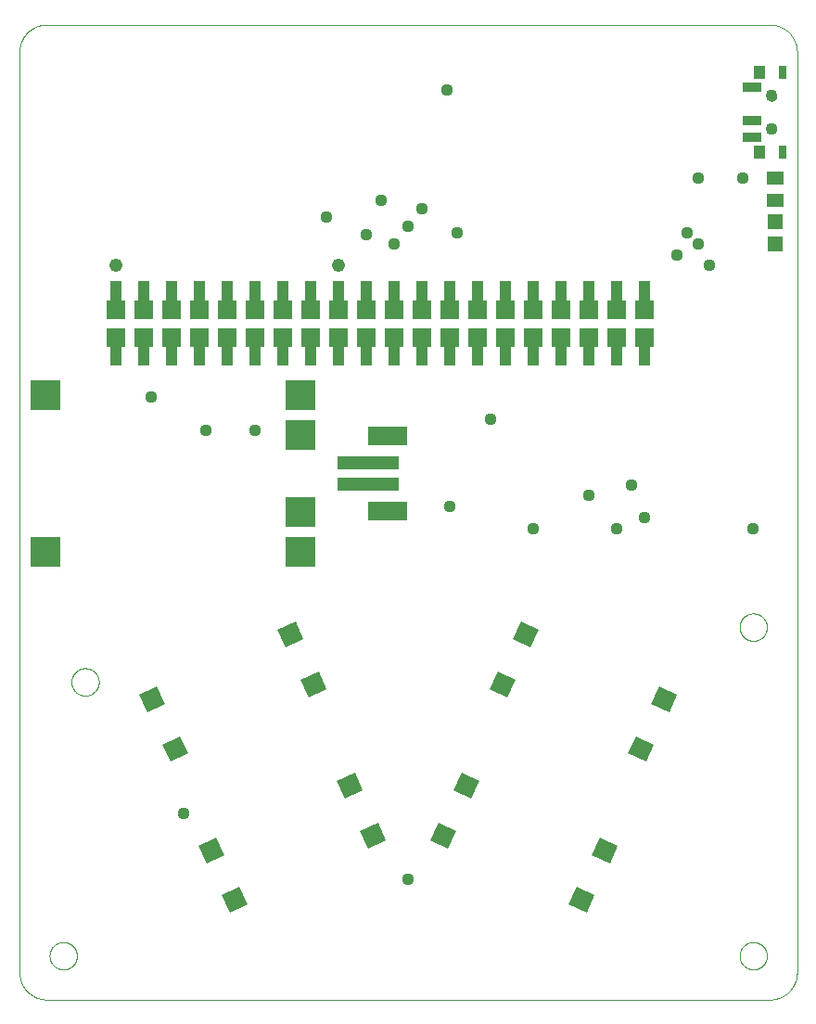
<source format=gbs>
G75*
%MOIN*%
%OFA0B0*%
%FSLAX25Y25*%
%IPPOS*%
%LPD*%
%AMOC8*
5,1,8,0,0,1.08239X$1,22.5*
%
%ADD10C,0.00000*%
%ADD11C,0.00039*%
%ADD12R,0.06800X0.06800*%
%ADD13R,0.04000X0.07800*%
%ADD14R,0.22454X0.04737*%
%ADD15R,0.14186X0.07099*%
%ADD16R,0.10800X0.10800*%
%ADD17R,0.07099X0.06902*%
%ADD18R,0.06312X0.05131*%
%ADD19R,0.05524X0.05524*%
%ADD20R,0.06706X0.03556*%
%ADD21R,0.03162X0.04737*%
%ADD22R,0.03950X0.04737*%
%ADD23C,0.04343*%
%ADD24C,0.04369*%
%ADD25C,0.04762*%
D10*
X0003248Y0011343D02*
X0003248Y0342051D01*
X0003251Y0342289D01*
X0003259Y0342527D01*
X0003274Y0342764D01*
X0003294Y0343001D01*
X0003320Y0343237D01*
X0003351Y0343473D01*
X0003388Y0343708D01*
X0003431Y0343942D01*
X0003480Y0344175D01*
X0003534Y0344407D01*
X0003594Y0344637D01*
X0003659Y0344866D01*
X0003730Y0345093D01*
X0003806Y0345318D01*
X0003888Y0345541D01*
X0003975Y0345763D01*
X0004067Y0345982D01*
X0004165Y0346199D01*
X0004267Y0346413D01*
X0004375Y0346625D01*
X0004489Y0346835D01*
X0004607Y0347041D01*
X0004730Y0347245D01*
X0004858Y0347445D01*
X0004990Y0347642D01*
X0005128Y0347837D01*
X0005270Y0348027D01*
X0005417Y0348215D01*
X0005568Y0348398D01*
X0005723Y0348578D01*
X0005883Y0348754D01*
X0006047Y0348926D01*
X0006216Y0349095D01*
X0006388Y0349259D01*
X0006564Y0349419D01*
X0006744Y0349574D01*
X0006927Y0349725D01*
X0007115Y0349872D01*
X0007305Y0350014D01*
X0007500Y0350152D01*
X0007697Y0350284D01*
X0007897Y0350412D01*
X0008101Y0350535D01*
X0008307Y0350653D01*
X0008517Y0350767D01*
X0008729Y0350875D01*
X0008943Y0350977D01*
X0009160Y0351075D01*
X0009379Y0351167D01*
X0009601Y0351254D01*
X0009824Y0351336D01*
X0010049Y0351412D01*
X0010276Y0351483D01*
X0010505Y0351548D01*
X0010735Y0351608D01*
X0010967Y0351662D01*
X0011200Y0351711D01*
X0011434Y0351754D01*
X0011669Y0351791D01*
X0011905Y0351822D01*
X0012141Y0351848D01*
X0012378Y0351868D01*
X0012615Y0351883D01*
X0012853Y0351891D01*
X0013091Y0351894D01*
X0272933Y0351894D01*
X0273171Y0351891D01*
X0273409Y0351883D01*
X0273646Y0351868D01*
X0273883Y0351848D01*
X0274119Y0351822D01*
X0274355Y0351791D01*
X0274590Y0351754D01*
X0274824Y0351711D01*
X0275057Y0351662D01*
X0275289Y0351608D01*
X0275519Y0351548D01*
X0275748Y0351483D01*
X0275975Y0351412D01*
X0276200Y0351336D01*
X0276423Y0351254D01*
X0276645Y0351167D01*
X0276864Y0351075D01*
X0277081Y0350977D01*
X0277295Y0350875D01*
X0277507Y0350767D01*
X0277717Y0350653D01*
X0277923Y0350535D01*
X0278127Y0350412D01*
X0278327Y0350284D01*
X0278524Y0350152D01*
X0278719Y0350014D01*
X0278909Y0349872D01*
X0279097Y0349725D01*
X0279280Y0349574D01*
X0279460Y0349419D01*
X0279636Y0349259D01*
X0279808Y0349095D01*
X0279977Y0348926D01*
X0280141Y0348754D01*
X0280301Y0348578D01*
X0280456Y0348398D01*
X0280607Y0348215D01*
X0280754Y0348027D01*
X0280896Y0347837D01*
X0281034Y0347642D01*
X0281166Y0347445D01*
X0281294Y0347245D01*
X0281417Y0347041D01*
X0281535Y0346835D01*
X0281649Y0346625D01*
X0281757Y0346413D01*
X0281859Y0346199D01*
X0281957Y0345982D01*
X0282049Y0345763D01*
X0282136Y0345541D01*
X0282218Y0345318D01*
X0282294Y0345093D01*
X0282365Y0344866D01*
X0282430Y0344637D01*
X0282490Y0344407D01*
X0282544Y0344175D01*
X0282593Y0343942D01*
X0282636Y0343708D01*
X0282673Y0343473D01*
X0282704Y0343237D01*
X0282730Y0343001D01*
X0282750Y0342764D01*
X0282765Y0342527D01*
X0282773Y0342289D01*
X0282776Y0342051D01*
X0282776Y0011343D01*
X0282773Y0011105D01*
X0282765Y0010867D01*
X0282750Y0010630D01*
X0282730Y0010393D01*
X0282704Y0010157D01*
X0282673Y0009921D01*
X0282636Y0009686D01*
X0282593Y0009452D01*
X0282544Y0009219D01*
X0282490Y0008987D01*
X0282430Y0008757D01*
X0282365Y0008528D01*
X0282294Y0008301D01*
X0282218Y0008076D01*
X0282136Y0007853D01*
X0282049Y0007631D01*
X0281957Y0007412D01*
X0281859Y0007195D01*
X0281757Y0006981D01*
X0281649Y0006769D01*
X0281535Y0006559D01*
X0281417Y0006353D01*
X0281294Y0006149D01*
X0281166Y0005949D01*
X0281034Y0005752D01*
X0280896Y0005557D01*
X0280754Y0005367D01*
X0280607Y0005179D01*
X0280456Y0004996D01*
X0280301Y0004816D01*
X0280141Y0004640D01*
X0279977Y0004468D01*
X0279808Y0004299D01*
X0279636Y0004135D01*
X0279460Y0003975D01*
X0279280Y0003820D01*
X0279097Y0003669D01*
X0278909Y0003522D01*
X0278719Y0003380D01*
X0278524Y0003242D01*
X0278327Y0003110D01*
X0278127Y0002982D01*
X0277923Y0002859D01*
X0277717Y0002741D01*
X0277507Y0002627D01*
X0277295Y0002519D01*
X0277081Y0002417D01*
X0276864Y0002319D01*
X0276645Y0002227D01*
X0276423Y0002140D01*
X0276200Y0002058D01*
X0275975Y0001982D01*
X0275748Y0001911D01*
X0275519Y0001846D01*
X0275289Y0001786D01*
X0275057Y0001732D01*
X0274824Y0001683D01*
X0274590Y0001640D01*
X0274355Y0001603D01*
X0274119Y0001572D01*
X0273883Y0001546D01*
X0273646Y0001526D01*
X0273409Y0001511D01*
X0273171Y0001503D01*
X0272933Y0001500D01*
X0013091Y0001500D01*
X0012853Y0001503D01*
X0012615Y0001511D01*
X0012378Y0001526D01*
X0012141Y0001546D01*
X0011905Y0001572D01*
X0011669Y0001603D01*
X0011434Y0001640D01*
X0011200Y0001683D01*
X0010967Y0001732D01*
X0010735Y0001786D01*
X0010505Y0001846D01*
X0010276Y0001911D01*
X0010049Y0001982D01*
X0009824Y0002058D01*
X0009601Y0002140D01*
X0009379Y0002227D01*
X0009160Y0002319D01*
X0008943Y0002417D01*
X0008729Y0002519D01*
X0008517Y0002627D01*
X0008307Y0002741D01*
X0008101Y0002859D01*
X0007897Y0002982D01*
X0007697Y0003110D01*
X0007500Y0003242D01*
X0007305Y0003380D01*
X0007115Y0003522D01*
X0006927Y0003669D01*
X0006744Y0003820D01*
X0006564Y0003975D01*
X0006388Y0004135D01*
X0006216Y0004299D01*
X0006047Y0004468D01*
X0005883Y0004640D01*
X0005723Y0004816D01*
X0005568Y0004996D01*
X0005417Y0005179D01*
X0005270Y0005367D01*
X0005128Y0005557D01*
X0004990Y0005752D01*
X0004858Y0005949D01*
X0004730Y0006149D01*
X0004607Y0006353D01*
X0004489Y0006559D01*
X0004375Y0006769D01*
X0004267Y0006981D01*
X0004165Y0007195D01*
X0004067Y0007412D01*
X0003975Y0007631D01*
X0003888Y0007853D01*
X0003806Y0008076D01*
X0003730Y0008301D01*
X0003659Y0008528D01*
X0003594Y0008757D01*
X0003534Y0008987D01*
X0003480Y0009219D01*
X0003431Y0009452D01*
X0003388Y0009686D01*
X0003351Y0009921D01*
X0003320Y0010157D01*
X0003294Y0010393D01*
X0003274Y0010630D01*
X0003259Y0010867D01*
X0003251Y0011105D01*
X0003248Y0011343D01*
X0271752Y0314492D02*
X0271754Y0314576D01*
X0271760Y0314659D01*
X0271770Y0314742D01*
X0271784Y0314825D01*
X0271801Y0314907D01*
X0271823Y0314988D01*
X0271848Y0315067D01*
X0271877Y0315146D01*
X0271910Y0315223D01*
X0271946Y0315298D01*
X0271986Y0315372D01*
X0272029Y0315444D01*
X0272076Y0315513D01*
X0272126Y0315580D01*
X0272179Y0315645D01*
X0272235Y0315707D01*
X0272293Y0315767D01*
X0272355Y0315824D01*
X0272419Y0315877D01*
X0272486Y0315928D01*
X0272555Y0315975D01*
X0272626Y0316020D01*
X0272699Y0316060D01*
X0272774Y0316097D01*
X0272851Y0316131D01*
X0272929Y0316161D01*
X0273008Y0316187D01*
X0273089Y0316210D01*
X0273171Y0316228D01*
X0273253Y0316243D01*
X0273336Y0316254D01*
X0273419Y0316261D01*
X0273503Y0316264D01*
X0273587Y0316263D01*
X0273670Y0316258D01*
X0273754Y0316249D01*
X0273836Y0316236D01*
X0273918Y0316220D01*
X0273999Y0316199D01*
X0274080Y0316175D01*
X0274158Y0316147D01*
X0274236Y0316115D01*
X0274312Y0316079D01*
X0274386Y0316040D01*
X0274458Y0315998D01*
X0274528Y0315952D01*
X0274596Y0315903D01*
X0274661Y0315851D01*
X0274724Y0315796D01*
X0274784Y0315738D01*
X0274842Y0315677D01*
X0274896Y0315613D01*
X0274948Y0315547D01*
X0274996Y0315479D01*
X0275041Y0315408D01*
X0275082Y0315335D01*
X0275121Y0315261D01*
X0275155Y0315185D01*
X0275186Y0315107D01*
X0275213Y0315028D01*
X0275237Y0314947D01*
X0275256Y0314866D01*
X0275272Y0314784D01*
X0275284Y0314701D01*
X0275292Y0314617D01*
X0275296Y0314534D01*
X0275296Y0314450D01*
X0275292Y0314367D01*
X0275284Y0314283D01*
X0275272Y0314200D01*
X0275256Y0314118D01*
X0275237Y0314037D01*
X0275213Y0313956D01*
X0275186Y0313877D01*
X0275155Y0313799D01*
X0275121Y0313723D01*
X0275082Y0313649D01*
X0275041Y0313576D01*
X0274996Y0313505D01*
X0274948Y0313437D01*
X0274896Y0313371D01*
X0274842Y0313307D01*
X0274784Y0313246D01*
X0274724Y0313188D01*
X0274661Y0313133D01*
X0274596Y0313081D01*
X0274528Y0313032D01*
X0274458Y0312986D01*
X0274386Y0312944D01*
X0274312Y0312905D01*
X0274236Y0312869D01*
X0274158Y0312837D01*
X0274080Y0312809D01*
X0273999Y0312785D01*
X0273918Y0312764D01*
X0273836Y0312748D01*
X0273754Y0312735D01*
X0273670Y0312726D01*
X0273587Y0312721D01*
X0273503Y0312720D01*
X0273419Y0312723D01*
X0273336Y0312730D01*
X0273253Y0312741D01*
X0273171Y0312756D01*
X0273089Y0312774D01*
X0273008Y0312797D01*
X0272929Y0312823D01*
X0272851Y0312853D01*
X0272774Y0312887D01*
X0272699Y0312924D01*
X0272626Y0312964D01*
X0272555Y0313009D01*
X0272486Y0313056D01*
X0272419Y0313107D01*
X0272355Y0313160D01*
X0272293Y0313217D01*
X0272235Y0313277D01*
X0272179Y0313339D01*
X0272126Y0313404D01*
X0272076Y0313471D01*
X0272029Y0313540D01*
X0271986Y0313612D01*
X0271946Y0313686D01*
X0271910Y0313761D01*
X0271877Y0313838D01*
X0271848Y0313917D01*
X0271823Y0313996D01*
X0271801Y0314077D01*
X0271784Y0314159D01*
X0271770Y0314242D01*
X0271760Y0314325D01*
X0271754Y0314408D01*
X0271752Y0314492D01*
X0271752Y0326303D02*
X0271754Y0326387D01*
X0271760Y0326470D01*
X0271770Y0326553D01*
X0271784Y0326636D01*
X0271801Y0326718D01*
X0271823Y0326799D01*
X0271848Y0326878D01*
X0271877Y0326957D01*
X0271910Y0327034D01*
X0271946Y0327109D01*
X0271986Y0327183D01*
X0272029Y0327255D01*
X0272076Y0327324D01*
X0272126Y0327391D01*
X0272179Y0327456D01*
X0272235Y0327518D01*
X0272293Y0327578D01*
X0272355Y0327635D01*
X0272419Y0327688D01*
X0272486Y0327739D01*
X0272555Y0327786D01*
X0272626Y0327831D01*
X0272699Y0327871D01*
X0272774Y0327908D01*
X0272851Y0327942D01*
X0272929Y0327972D01*
X0273008Y0327998D01*
X0273089Y0328021D01*
X0273171Y0328039D01*
X0273253Y0328054D01*
X0273336Y0328065D01*
X0273419Y0328072D01*
X0273503Y0328075D01*
X0273587Y0328074D01*
X0273670Y0328069D01*
X0273754Y0328060D01*
X0273836Y0328047D01*
X0273918Y0328031D01*
X0273999Y0328010D01*
X0274080Y0327986D01*
X0274158Y0327958D01*
X0274236Y0327926D01*
X0274312Y0327890D01*
X0274386Y0327851D01*
X0274458Y0327809D01*
X0274528Y0327763D01*
X0274596Y0327714D01*
X0274661Y0327662D01*
X0274724Y0327607D01*
X0274784Y0327549D01*
X0274842Y0327488D01*
X0274896Y0327424D01*
X0274948Y0327358D01*
X0274996Y0327290D01*
X0275041Y0327219D01*
X0275082Y0327146D01*
X0275121Y0327072D01*
X0275155Y0326996D01*
X0275186Y0326918D01*
X0275213Y0326839D01*
X0275237Y0326758D01*
X0275256Y0326677D01*
X0275272Y0326595D01*
X0275284Y0326512D01*
X0275292Y0326428D01*
X0275296Y0326345D01*
X0275296Y0326261D01*
X0275292Y0326178D01*
X0275284Y0326094D01*
X0275272Y0326011D01*
X0275256Y0325929D01*
X0275237Y0325848D01*
X0275213Y0325767D01*
X0275186Y0325688D01*
X0275155Y0325610D01*
X0275121Y0325534D01*
X0275082Y0325460D01*
X0275041Y0325387D01*
X0274996Y0325316D01*
X0274948Y0325248D01*
X0274896Y0325182D01*
X0274842Y0325118D01*
X0274784Y0325057D01*
X0274724Y0324999D01*
X0274661Y0324944D01*
X0274596Y0324892D01*
X0274528Y0324843D01*
X0274458Y0324797D01*
X0274386Y0324755D01*
X0274312Y0324716D01*
X0274236Y0324680D01*
X0274158Y0324648D01*
X0274080Y0324620D01*
X0273999Y0324596D01*
X0273918Y0324575D01*
X0273836Y0324559D01*
X0273754Y0324546D01*
X0273670Y0324537D01*
X0273587Y0324532D01*
X0273503Y0324531D01*
X0273419Y0324534D01*
X0273336Y0324541D01*
X0273253Y0324552D01*
X0273171Y0324567D01*
X0273089Y0324585D01*
X0273008Y0324608D01*
X0272929Y0324634D01*
X0272851Y0324664D01*
X0272774Y0324698D01*
X0272699Y0324735D01*
X0272626Y0324775D01*
X0272555Y0324820D01*
X0272486Y0324867D01*
X0272419Y0324918D01*
X0272355Y0324971D01*
X0272293Y0325028D01*
X0272235Y0325088D01*
X0272179Y0325150D01*
X0272126Y0325215D01*
X0272076Y0325282D01*
X0272029Y0325351D01*
X0271986Y0325423D01*
X0271946Y0325497D01*
X0271910Y0325572D01*
X0271877Y0325649D01*
X0271848Y0325728D01*
X0271823Y0325807D01*
X0271801Y0325888D01*
X0271784Y0325970D01*
X0271770Y0326053D01*
X0271760Y0326136D01*
X0271754Y0326219D01*
X0271752Y0326303D01*
D11*
X0262107Y0135358D02*
X0262109Y0135498D01*
X0262115Y0135638D01*
X0262125Y0135777D01*
X0262139Y0135916D01*
X0262157Y0136055D01*
X0262178Y0136193D01*
X0262204Y0136331D01*
X0262234Y0136468D01*
X0262267Y0136603D01*
X0262305Y0136738D01*
X0262346Y0136872D01*
X0262391Y0137005D01*
X0262439Y0137136D01*
X0262492Y0137265D01*
X0262548Y0137394D01*
X0262607Y0137520D01*
X0262671Y0137645D01*
X0262737Y0137768D01*
X0262808Y0137889D01*
X0262881Y0138008D01*
X0262958Y0138125D01*
X0263039Y0138239D01*
X0263122Y0138351D01*
X0263209Y0138461D01*
X0263299Y0138569D01*
X0263391Y0138673D01*
X0263487Y0138775D01*
X0263586Y0138875D01*
X0263687Y0138971D01*
X0263791Y0139065D01*
X0263898Y0139155D01*
X0264007Y0139242D01*
X0264119Y0139327D01*
X0264233Y0139408D01*
X0264349Y0139486D01*
X0264467Y0139560D01*
X0264588Y0139631D01*
X0264710Y0139699D01*
X0264835Y0139763D01*
X0264961Y0139824D01*
X0265088Y0139881D01*
X0265218Y0139934D01*
X0265349Y0139984D01*
X0265481Y0140029D01*
X0265614Y0140072D01*
X0265749Y0140110D01*
X0265884Y0140144D01*
X0266021Y0140175D01*
X0266158Y0140202D01*
X0266296Y0140224D01*
X0266435Y0140243D01*
X0266574Y0140258D01*
X0266713Y0140269D01*
X0266853Y0140276D01*
X0266993Y0140279D01*
X0267133Y0140278D01*
X0267273Y0140273D01*
X0267412Y0140264D01*
X0267552Y0140251D01*
X0267691Y0140234D01*
X0267829Y0140213D01*
X0267967Y0140189D01*
X0268104Y0140160D01*
X0268240Y0140128D01*
X0268375Y0140091D01*
X0268509Y0140051D01*
X0268642Y0140007D01*
X0268773Y0139959D01*
X0268903Y0139908D01*
X0269032Y0139853D01*
X0269159Y0139794D01*
X0269284Y0139731D01*
X0269407Y0139666D01*
X0269529Y0139596D01*
X0269648Y0139523D01*
X0269766Y0139447D01*
X0269881Y0139368D01*
X0269994Y0139285D01*
X0270104Y0139199D01*
X0270212Y0139110D01*
X0270317Y0139018D01*
X0270420Y0138923D01*
X0270520Y0138825D01*
X0270617Y0138725D01*
X0270711Y0138621D01*
X0270803Y0138515D01*
X0270891Y0138407D01*
X0270976Y0138296D01*
X0271058Y0138182D01*
X0271137Y0138066D01*
X0271212Y0137949D01*
X0271284Y0137829D01*
X0271352Y0137707D01*
X0271417Y0137583D01*
X0271479Y0137457D01*
X0271537Y0137330D01*
X0271591Y0137201D01*
X0271642Y0137070D01*
X0271688Y0136938D01*
X0271731Y0136805D01*
X0271771Y0136671D01*
X0271806Y0136536D01*
X0271838Y0136399D01*
X0271865Y0136262D01*
X0271889Y0136124D01*
X0271909Y0135986D01*
X0271925Y0135847D01*
X0271937Y0135707D01*
X0271945Y0135568D01*
X0271949Y0135428D01*
X0271949Y0135288D01*
X0271945Y0135148D01*
X0271937Y0135009D01*
X0271925Y0134869D01*
X0271909Y0134730D01*
X0271889Y0134592D01*
X0271865Y0134454D01*
X0271838Y0134317D01*
X0271806Y0134180D01*
X0271771Y0134045D01*
X0271731Y0133911D01*
X0271688Y0133778D01*
X0271642Y0133646D01*
X0271591Y0133515D01*
X0271537Y0133386D01*
X0271479Y0133259D01*
X0271417Y0133133D01*
X0271352Y0133009D01*
X0271284Y0132887D01*
X0271212Y0132767D01*
X0271137Y0132650D01*
X0271058Y0132534D01*
X0270976Y0132420D01*
X0270891Y0132309D01*
X0270803Y0132201D01*
X0270711Y0132095D01*
X0270617Y0131991D01*
X0270520Y0131891D01*
X0270420Y0131793D01*
X0270317Y0131698D01*
X0270212Y0131606D01*
X0270104Y0131517D01*
X0269994Y0131431D01*
X0269881Y0131348D01*
X0269766Y0131269D01*
X0269648Y0131193D01*
X0269529Y0131120D01*
X0269407Y0131050D01*
X0269284Y0130985D01*
X0269159Y0130922D01*
X0269032Y0130863D01*
X0268903Y0130808D01*
X0268773Y0130757D01*
X0268642Y0130709D01*
X0268509Y0130665D01*
X0268375Y0130625D01*
X0268240Y0130588D01*
X0268104Y0130556D01*
X0267967Y0130527D01*
X0267829Y0130503D01*
X0267691Y0130482D01*
X0267552Y0130465D01*
X0267412Y0130452D01*
X0267273Y0130443D01*
X0267133Y0130438D01*
X0266993Y0130437D01*
X0266853Y0130440D01*
X0266713Y0130447D01*
X0266574Y0130458D01*
X0266435Y0130473D01*
X0266296Y0130492D01*
X0266158Y0130514D01*
X0266021Y0130541D01*
X0265884Y0130572D01*
X0265749Y0130606D01*
X0265614Y0130644D01*
X0265481Y0130687D01*
X0265349Y0130732D01*
X0265218Y0130782D01*
X0265088Y0130835D01*
X0264961Y0130892D01*
X0264835Y0130953D01*
X0264710Y0131017D01*
X0264588Y0131085D01*
X0264467Y0131156D01*
X0264349Y0131230D01*
X0264233Y0131308D01*
X0264119Y0131389D01*
X0264007Y0131474D01*
X0263898Y0131561D01*
X0263791Y0131651D01*
X0263687Y0131745D01*
X0263586Y0131841D01*
X0263487Y0131941D01*
X0263391Y0132043D01*
X0263299Y0132147D01*
X0263209Y0132255D01*
X0263122Y0132365D01*
X0263039Y0132477D01*
X0262958Y0132591D01*
X0262881Y0132708D01*
X0262808Y0132827D01*
X0262737Y0132948D01*
X0262671Y0133071D01*
X0262607Y0133196D01*
X0262548Y0133322D01*
X0262492Y0133451D01*
X0262439Y0133580D01*
X0262391Y0133711D01*
X0262346Y0133844D01*
X0262305Y0133978D01*
X0262267Y0134113D01*
X0262234Y0134248D01*
X0262204Y0134385D01*
X0262178Y0134523D01*
X0262157Y0134661D01*
X0262139Y0134800D01*
X0262125Y0134939D01*
X0262115Y0135078D01*
X0262109Y0135218D01*
X0262107Y0135358D01*
X0262107Y0017248D02*
X0262109Y0017388D01*
X0262115Y0017528D01*
X0262125Y0017667D01*
X0262139Y0017806D01*
X0262157Y0017945D01*
X0262178Y0018083D01*
X0262204Y0018221D01*
X0262234Y0018358D01*
X0262267Y0018493D01*
X0262305Y0018628D01*
X0262346Y0018762D01*
X0262391Y0018895D01*
X0262439Y0019026D01*
X0262492Y0019155D01*
X0262548Y0019284D01*
X0262607Y0019410D01*
X0262671Y0019535D01*
X0262737Y0019658D01*
X0262808Y0019779D01*
X0262881Y0019898D01*
X0262958Y0020015D01*
X0263039Y0020129D01*
X0263122Y0020241D01*
X0263209Y0020351D01*
X0263299Y0020459D01*
X0263391Y0020563D01*
X0263487Y0020665D01*
X0263586Y0020765D01*
X0263687Y0020861D01*
X0263791Y0020955D01*
X0263898Y0021045D01*
X0264007Y0021132D01*
X0264119Y0021217D01*
X0264233Y0021298D01*
X0264349Y0021376D01*
X0264467Y0021450D01*
X0264588Y0021521D01*
X0264710Y0021589D01*
X0264835Y0021653D01*
X0264961Y0021714D01*
X0265088Y0021771D01*
X0265218Y0021824D01*
X0265349Y0021874D01*
X0265481Y0021919D01*
X0265614Y0021962D01*
X0265749Y0022000D01*
X0265884Y0022034D01*
X0266021Y0022065D01*
X0266158Y0022092D01*
X0266296Y0022114D01*
X0266435Y0022133D01*
X0266574Y0022148D01*
X0266713Y0022159D01*
X0266853Y0022166D01*
X0266993Y0022169D01*
X0267133Y0022168D01*
X0267273Y0022163D01*
X0267412Y0022154D01*
X0267552Y0022141D01*
X0267691Y0022124D01*
X0267829Y0022103D01*
X0267967Y0022079D01*
X0268104Y0022050D01*
X0268240Y0022018D01*
X0268375Y0021981D01*
X0268509Y0021941D01*
X0268642Y0021897D01*
X0268773Y0021849D01*
X0268903Y0021798D01*
X0269032Y0021743D01*
X0269159Y0021684D01*
X0269284Y0021621D01*
X0269407Y0021556D01*
X0269529Y0021486D01*
X0269648Y0021413D01*
X0269766Y0021337D01*
X0269881Y0021258D01*
X0269994Y0021175D01*
X0270104Y0021089D01*
X0270212Y0021000D01*
X0270317Y0020908D01*
X0270420Y0020813D01*
X0270520Y0020715D01*
X0270617Y0020615D01*
X0270711Y0020511D01*
X0270803Y0020405D01*
X0270891Y0020297D01*
X0270976Y0020186D01*
X0271058Y0020072D01*
X0271137Y0019956D01*
X0271212Y0019839D01*
X0271284Y0019719D01*
X0271352Y0019597D01*
X0271417Y0019473D01*
X0271479Y0019347D01*
X0271537Y0019220D01*
X0271591Y0019091D01*
X0271642Y0018960D01*
X0271688Y0018828D01*
X0271731Y0018695D01*
X0271771Y0018561D01*
X0271806Y0018426D01*
X0271838Y0018289D01*
X0271865Y0018152D01*
X0271889Y0018014D01*
X0271909Y0017876D01*
X0271925Y0017737D01*
X0271937Y0017597D01*
X0271945Y0017458D01*
X0271949Y0017318D01*
X0271949Y0017178D01*
X0271945Y0017038D01*
X0271937Y0016899D01*
X0271925Y0016759D01*
X0271909Y0016620D01*
X0271889Y0016482D01*
X0271865Y0016344D01*
X0271838Y0016207D01*
X0271806Y0016070D01*
X0271771Y0015935D01*
X0271731Y0015801D01*
X0271688Y0015668D01*
X0271642Y0015536D01*
X0271591Y0015405D01*
X0271537Y0015276D01*
X0271479Y0015149D01*
X0271417Y0015023D01*
X0271352Y0014899D01*
X0271284Y0014777D01*
X0271212Y0014657D01*
X0271137Y0014540D01*
X0271058Y0014424D01*
X0270976Y0014310D01*
X0270891Y0014199D01*
X0270803Y0014091D01*
X0270711Y0013985D01*
X0270617Y0013881D01*
X0270520Y0013781D01*
X0270420Y0013683D01*
X0270317Y0013588D01*
X0270212Y0013496D01*
X0270104Y0013407D01*
X0269994Y0013321D01*
X0269881Y0013238D01*
X0269766Y0013159D01*
X0269648Y0013083D01*
X0269529Y0013010D01*
X0269407Y0012940D01*
X0269284Y0012875D01*
X0269159Y0012812D01*
X0269032Y0012753D01*
X0268903Y0012698D01*
X0268773Y0012647D01*
X0268642Y0012599D01*
X0268509Y0012555D01*
X0268375Y0012515D01*
X0268240Y0012478D01*
X0268104Y0012446D01*
X0267967Y0012417D01*
X0267829Y0012393D01*
X0267691Y0012372D01*
X0267552Y0012355D01*
X0267412Y0012342D01*
X0267273Y0012333D01*
X0267133Y0012328D01*
X0266993Y0012327D01*
X0266853Y0012330D01*
X0266713Y0012337D01*
X0266574Y0012348D01*
X0266435Y0012363D01*
X0266296Y0012382D01*
X0266158Y0012404D01*
X0266021Y0012431D01*
X0265884Y0012462D01*
X0265749Y0012496D01*
X0265614Y0012534D01*
X0265481Y0012577D01*
X0265349Y0012622D01*
X0265218Y0012672D01*
X0265088Y0012725D01*
X0264961Y0012782D01*
X0264835Y0012843D01*
X0264710Y0012907D01*
X0264588Y0012975D01*
X0264467Y0013046D01*
X0264349Y0013120D01*
X0264233Y0013198D01*
X0264119Y0013279D01*
X0264007Y0013364D01*
X0263898Y0013451D01*
X0263791Y0013541D01*
X0263687Y0013635D01*
X0263586Y0013731D01*
X0263487Y0013831D01*
X0263391Y0013933D01*
X0263299Y0014037D01*
X0263209Y0014145D01*
X0263122Y0014255D01*
X0263039Y0014367D01*
X0262958Y0014481D01*
X0262881Y0014598D01*
X0262808Y0014717D01*
X0262737Y0014838D01*
X0262671Y0014961D01*
X0262607Y0015086D01*
X0262548Y0015212D01*
X0262492Y0015341D01*
X0262439Y0015470D01*
X0262391Y0015601D01*
X0262346Y0015734D01*
X0262305Y0015868D01*
X0262267Y0016003D01*
X0262234Y0016138D01*
X0262204Y0016275D01*
X0262178Y0016413D01*
X0262157Y0016551D01*
X0262139Y0016690D01*
X0262125Y0016829D01*
X0262115Y0016968D01*
X0262109Y0017108D01*
X0262107Y0017248D01*
X0021949Y0115673D02*
X0021951Y0115813D01*
X0021957Y0115953D01*
X0021967Y0116092D01*
X0021981Y0116231D01*
X0021999Y0116370D01*
X0022020Y0116508D01*
X0022046Y0116646D01*
X0022076Y0116783D01*
X0022109Y0116918D01*
X0022147Y0117053D01*
X0022188Y0117187D01*
X0022233Y0117320D01*
X0022281Y0117451D01*
X0022334Y0117580D01*
X0022390Y0117709D01*
X0022449Y0117835D01*
X0022513Y0117960D01*
X0022579Y0118083D01*
X0022650Y0118204D01*
X0022723Y0118323D01*
X0022800Y0118440D01*
X0022881Y0118554D01*
X0022964Y0118666D01*
X0023051Y0118776D01*
X0023141Y0118884D01*
X0023233Y0118988D01*
X0023329Y0119090D01*
X0023428Y0119190D01*
X0023529Y0119286D01*
X0023633Y0119380D01*
X0023740Y0119470D01*
X0023849Y0119557D01*
X0023961Y0119642D01*
X0024075Y0119723D01*
X0024191Y0119801D01*
X0024309Y0119875D01*
X0024430Y0119946D01*
X0024552Y0120014D01*
X0024677Y0120078D01*
X0024803Y0120139D01*
X0024930Y0120196D01*
X0025060Y0120249D01*
X0025191Y0120299D01*
X0025323Y0120344D01*
X0025456Y0120387D01*
X0025591Y0120425D01*
X0025726Y0120459D01*
X0025863Y0120490D01*
X0026000Y0120517D01*
X0026138Y0120539D01*
X0026277Y0120558D01*
X0026416Y0120573D01*
X0026555Y0120584D01*
X0026695Y0120591D01*
X0026835Y0120594D01*
X0026975Y0120593D01*
X0027115Y0120588D01*
X0027254Y0120579D01*
X0027394Y0120566D01*
X0027533Y0120549D01*
X0027671Y0120528D01*
X0027809Y0120504D01*
X0027946Y0120475D01*
X0028082Y0120443D01*
X0028217Y0120406D01*
X0028351Y0120366D01*
X0028484Y0120322D01*
X0028615Y0120274D01*
X0028745Y0120223D01*
X0028874Y0120168D01*
X0029001Y0120109D01*
X0029126Y0120046D01*
X0029249Y0119981D01*
X0029371Y0119911D01*
X0029490Y0119838D01*
X0029608Y0119762D01*
X0029723Y0119683D01*
X0029836Y0119600D01*
X0029946Y0119514D01*
X0030054Y0119425D01*
X0030159Y0119333D01*
X0030262Y0119238D01*
X0030362Y0119140D01*
X0030459Y0119040D01*
X0030553Y0118936D01*
X0030645Y0118830D01*
X0030733Y0118722D01*
X0030818Y0118611D01*
X0030900Y0118497D01*
X0030979Y0118381D01*
X0031054Y0118264D01*
X0031126Y0118144D01*
X0031194Y0118022D01*
X0031259Y0117898D01*
X0031321Y0117772D01*
X0031379Y0117645D01*
X0031433Y0117516D01*
X0031484Y0117385D01*
X0031530Y0117253D01*
X0031573Y0117120D01*
X0031613Y0116986D01*
X0031648Y0116851D01*
X0031680Y0116714D01*
X0031707Y0116577D01*
X0031731Y0116439D01*
X0031751Y0116301D01*
X0031767Y0116162D01*
X0031779Y0116022D01*
X0031787Y0115883D01*
X0031791Y0115743D01*
X0031791Y0115603D01*
X0031787Y0115463D01*
X0031779Y0115324D01*
X0031767Y0115184D01*
X0031751Y0115045D01*
X0031731Y0114907D01*
X0031707Y0114769D01*
X0031680Y0114632D01*
X0031648Y0114495D01*
X0031613Y0114360D01*
X0031573Y0114226D01*
X0031530Y0114093D01*
X0031484Y0113961D01*
X0031433Y0113830D01*
X0031379Y0113701D01*
X0031321Y0113574D01*
X0031259Y0113448D01*
X0031194Y0113324D01*
X0031126Y0113202D01*
X0031054Y0113082D01*
X0030979Y0112965D01*
X0030900Y0112849D01*
X0030818Y0112735D01*
X0030733Y0112624D01*
X0030645Y0112516D01*
X0030553Y0112410D01*
X0030459Y0112306D01*
X0030362Y0112206D01*
X0030262Y0112108D01*
X0030159Y0112013D01*
X0030054Y0111921D01*
X0029946Y0111832D01*
X0029836Y0111746D01*
X0029723Y0111663D01*
X0029608Y0111584D01*
X0029490Y0111508D01*
X0029371Y0111435D01*
X0029249Y0111365D01*
X0029126Y0111300D01*
X0029001Y0111237D01*
X0028874Y0111178D01*
X0028745Y0111123D01*
X0028615Y0111072D01*
X0028484Y0111024D01*
X0028351Y0110980D01*
X0028217Y0110940D01*
X0028082Y0110903D01*
X0027946Y0110871D01*
X0027809Y0110842D01*
X0027671Y0110818D01*
X0027533Y0110797D01*
X0027394Y0110780D01*
X0027254Y0110767D01*
X0027115Y0110758D01*
X0026975Y0110753D01*
X0026835Y0110752D01*
X0026695Y0110755D01*
X0026555Y0110762D01*
X0026416Y0110773D01*
X0026277Y0110788D01*
X0026138Y0110807D01*
X0026000Y0110829D01*
X0025863Y0110856D01*
X0025726Y0110887D01*
X0025591Y0110921D01*
X0025456Y0110959D01*
X0025323Y0111002D01*
X0025191Y0111047D01*
X0025060Y0111097D01*
X0024930Y0111150D01*
X0024803Y0111207D01*
X0024677Y0111268D01*
X0024552Y0111332D01*
X0024430Y0111400D01*
X0024309Y0111471D01*
X0024191Y0111545D01*
X0024075Y0111623D01*
X0023961Y0111704D01*
X0023849Y0111789D01*
X0023740Y0111876D01*
X0023633Y0111966D01*
X0023529Y0112060D01*
X0023428Y0112156D01*
X0023329Y0112256D01*
X0023233Y0112358D01*
X0023141Y0112462D01*
X0023051Y0112570D01*
X0022964Y0112680D01*
X0022881Y0112792D01*
X0022800Y0112906D01*
X0022723Y0113023D01*
X0022650Y0113142D01*
X0022579Y0113263D01*
X0022513Y0113386D01*
X0022449Y0113511D01*
X0022390Y0113637D01*
X0022334Y0113766D01*
X0022281Y0113895D01*
X0022233Y0114026D01*
X0022188Y0114159D01*
X0022147Y0114293D01*
X0022109Y0114428D01*
X0022076Y0114563D01*
X0022046Y0114700D01*
X0022020Y0114838D01*
X0021999Y0114976D01*
X0021981Y0115115D01*
X0021967Y0115254D01*
X0021957Y0115393D01*
X0021951Y0115533D01*
X0021949Y0115673D01*
X0014075Y0017248D02*
X0014077Y0017388D01*
X0014083Y0017528D01*
X0014093Y0017667D01*
X0014107Y0017806D01*
X0014125Y0017945D01*
X0014146Y0018083D01*
X0014172Y0018221D01*
X0014202Y0018358D01*
X0014235Y0018493D01*
X0014273Y0018628D01*
X0014314Y0018762D01*
X0014359Y0018895D01*
X0014407Y0019026D01*
X0014460Y0019155D01*
X0014516Y0019284D01*
X0014575Y0019410D01*
X0014639Y0019535D01*
X0014705Y0019658D01*
X0014776Y0019779D01*
X0014849Y0019898D01*
X0014926Y0020015D01*
X0015007Y0020129D01*
X0015090Y0020241D01*
X0015177Y0020351D01*
X0015267Y0020459D01*
X0015359Y0020563D01*
X0015455Y0020665D01*
X0015554Y0020765D01*
X0015655Y0020861D01*
X0015759Y0020955D01*
X0015866Y0021045D01*
X0015975Y0021132D01*
X0016087Y0021217D01*
X0016201Y0021298D01*
X0016317Y0021376D01*
X0016435Y0021450D01*
X0016556Y0021521D01*
X0016678Y0021589D01*
X0016803Y0021653D01*
X0016929Y0021714D01*
X0017056Y0021771D01*
X0017186Y0021824D01*
X0017317Y0021874D01*
X0017449Y0021919D01*
X0017582Y0021962D01*
X0017717Y0022000D01*
X0017852Y0022034D01*
X0017989Y0022065D01*
X0018126Y0022092D01*
X0018264Y0022114D01*
X0018403Y0022133D01*
X0018542Y0022148D01*
X0018681Y0022159D01*
X0018821Y0022166D01*
X0018961Y0022169D01*
X0019101Y0022168D01*
X0019241Y0022163D01*
X0019380Y0022154D01*
X0019520Y0022141D01*
X0019659Y0022124D01*
X0019797Y0022103D01*
X0019935Y0022079D01*
X0020072Y0022050D01*
X0020208Y0022018D01*
X0020343Y0021981D01*
X0020477Y0021941D01*
X0020610Y0021897D01*
X0020741Y0021849D01*
X0020871Y0021798D01*
X0021000Y0021743D01*
X0021127Y0021684D01*
X0021252Y0021621D01*
X0021375Y0021556D01*
X0021497Y0021486D01*
X0021616Y0021413D01*
X0021734Y0021337D01*
X0021849Y0021258D01*
X0021962Y0021175D01*
X0022072Y0021089D01*
X0022180Y0021000D01*
X0022285Y0020908D01*
X0022388Y0020813D01*
X0022488Y0020715D01*
X0022585Y0020615D01*
X0022679Y0020511D01*
X0022771Y0020405D01*
X0022859Y0020297D01*
X0022944Y0020186D01*
X0023026Y0020072D01*
X0023105Y0019956D01*
X0023180Y0019839D01*
X0023252Y0019719D01*
X0023320Y0019597D01*
X0023385Y0019473D01*
X0023447Y0019347D01*
X0023505Y0019220D01*
X0023559Y0019091D01*
X0023610Y0018960D01*
X0023656Y0018828D01*
X0023699Y0018695D01*
X0023739Y0018561D01*
X0023774Y0018426D01*
X0023806Y0018289D01*
X0023833Y0018152D01*
X0023857Y0018014D01*
X0023877Y0017876D01*
X0023893Y0017737D01*
X0023905Y0017597D01*
X0023913Y0017458D01*
X0023917Y0017318D01*
X0023917Y0017178D01*
X0023913Y0017038D01*
X0023905Y0016899D01*
X0023893Y0016759D01*
X0023877Y0016620D01*
X0023857Y0016482D01*
X0023833Y0016344D01*
X0023806Y0016207D01*
X0023774Y0016070D01*
X0023739Y0015935D01*
X0023699Y0015801D01*
X0023656Y0015668D01*
X0023610Y0015536D01*
X0023559Y0015405D01*
X0023505Y0015276D01*
X0023447Y0015149D01*
X0023385Y0015023D01*
X0023320Y0014899D01*
X0023252Y0014777D01*
X0023180Y0014657D01*
X0023105Y0014540D01*
X0023026Y0014424D01*
X0022944Y0014310D01*
X0022859Y0014199D01*
X0022771Y0014091D01*
X0022679Y0013985D01*
X0022585Y0013881D01*
X0022488Y0013781D01*
X0022388Y0013683D01*
X0022285Y0013588D01*
X0022180Y0013496D01*
X0022072Y0013407D01*
X0021962Y0013321D01*
X0021849Y0013238D01*
X0021734Y0013159D01*
X0021616Y0013083D01*
X0021497Y0013010D01*
X0021375Y0012940D01*
X0021252Y0012875D01*
X0021127Y0012812D01*
X0021000Y0012753D01*
X0020871Y0012698D01*
X0020741Y0012647D01*
X0020610Y0012599D01*
X0020477Y0012555D01*
X0020343Y0012515D01*
X0020208Y0012478D01*
X0020072Y0012446D01*
X0019935Y0012417D01*
X0019797Y0012393D01*
X0019659Y0012372D01*
X0019520Y0012355D01*
X0019380Y0012342D01*
X0019241Y0012333D01*
X0019101Y0012328D01*
X0018961Y0012327D01*
X0018821Y0012330D01*
X0018681Y0012337D01*
X0018542Y0012348D01*
X0018403Y0012363D01*
X0018264Y0012382D01*
X0018126Y0012404D01*
X0017989Y0012431D01*
X0017852Y0012462D01*
X0017717Y0012496D01*
X0017582Y0012534D01*
X0017449Y0012577D01*
X0017317Y0012622D01*
X0017186Y0012672D01*
X0017056Y0012725D01*
X0016929Y0012782D01*
X0016803Y0012843D01*
X0016678Y0012907D01*
X0016556Y0012975D01*
X0016435Y0013046D01*
X0016317Y0013120D01*
X0016201Y0013198D01*
X0016087Y0013279D01*
X0015975Y0013364D01*
X0015866Y0013451D01*
X0015759Y0013541D01*
X0015655Y0013635D01*
X0015554Y0013731D01*
X0015455Y0013831D01*
X0015359Y0013933D01*
X0015267Y0014037D01*
X0015177Y0014145D01*
X0015090Y0014255D01*
X0015007Y0014367D01*
X0014926Y0014481D01*
X0014849Y0014598D01*
X0014776Y0014717D01*
X0014705Y0014838D01*
X0014639Y0014961D01*
X0014575Y0015086D01*
X0014516Y0015212D01*
X0014460Y0015341D01*
X0014407Y0015470D01*
X0014359Y0015601D01*
X0014314Y0015734D01*
X0014273Y0015868D01*
X0014235Y0016003D01*
X0014202Y0016138D01*
X0014172Y0016275D01*
X0014146Y0016413D01*
X0014125Y0016551D01*
X0014107Y0016690D01*
X0014093Y0016829D01*
X0014083Y0016968D01*
X0014077Y0017108D01*
X0014075Y0017248D01*
D12*
X0038000Y0239520D03*
X0038000Y0249520D03*
X0048000Y0249520D03*
X0048000Y0239520D03*
X0058000Y0239520D03*
X0058000Y0249520D03*
X0068000Y0249520D03*
X0068000Y0239520D03*
X0078000Y0239520D03*
X0078000Y0249520D03*
X0088000Y0249520D03*
X0088000Y0239520D03*
X0098000Y0239520D03*
X0098000Y0249520D03*
X0108000Y0249520D03*
X0108000Y0239520D03*
X0118000Y0239520D03*
X0118000Y0249520D03*
X0128000Y0249520D03*
X0128000Y0239520D03*
X0138000Y0239520D03*
X0138000Y0249520D03*
X0148000Y0249520D03*
X0148000Y0239520D03*
X0158000Y0239520D03*
X0158000Y0249520D03*
X0168000Y0249520D03*
X0168000Y0239520D03*
X0178000Y0239520D03*
X0178000Y0249520D03*
X0188000Y0249520D03*
X0188000Y0239520D03*
X0198000Y0239520D03*
X0198000Y0249520D03*
X0208000Y0249520D03*
X0208000Y0239520D03*
X0218000Y0239520D03*
X0218000Y0249520D03*
X0228000Y0249520D03*
X0228000Y0239520D03*
D13*
X0228000Y0233020D03*
X0218000Y0233020D03*
X0208000Y0233020D03*
X0198000Y0233020D03*
X0188000Y0233020D03*
X0178000Y0233020D03*
X0168000Y0233020D03*
X0158000Y0233020D03*
X0148000Y0233020D03*
X0138000Y0233020D03*
X0128000Y0233020D03*
X0118000Y0233020D03*
X0108000Y0233020D03*
X0098000Y0233020D03*
X0088000Y0233020D03*
X0078000Y0233020D03*
X0068000Y0233020D03*
X0058000Y0233020D03*
X0048000Y0233020D03*
X0038000Y0233020D03*
X0038000Y0256020D03*
X0048000Y0256020D03*
X0058000Y0256020D03*
X0068000Y0256020D03*
X0078000Y0256020D03*
X0088000Y0256020D03*
X0098000Y0256020D03*
X0108000Y0256020D03*
X0118000Y0256020D03*
X0128000Y0256020D03*
X0138000Y0256020D03*
X0148000Y0256020D03*
X0158000Y0256020D03*
X0168000Y0256020D03*
X0178000Y0256020D03*
X0188000Y0256020D03*
X0198000Y0256020D03*
X0208000Y0256020D03*
X0218000Y0256020D03*
X0228000Y0256020D03*
D14*
X0128524Y0194512D03*
X0128524Y0186638D03*
D15*
X0135610Y0177189D03*
X0135610Y0203961D03*
D16*
X0104232Y0204256D03*
X0104232Y0218626D03*
X0104232Y0176697D03*
X0104232Y0162327D03*
X0012500Y0162327D03*
X0012500Y0218626D03*
D17*
G36*
X0046298Y0111047D02*
X0052730Y0114047D01*
X0055646Y0107793D01*
X0049214Y0104793D01*
X0046298Y0111047D01*
G37*
G36*
X0054618Y0093206D02*
X0061050Y0096206D01*
X0063966Y0089952D01*
X0057534Y0086952D01*
X0054618Y0093206D01*
G37*
G36*
X0067624Y0056787D02*
X0074056Y0059787D01*
X0076972Y0053533D01*
X0070540Y0050533D01*
X0067624Y0056787D01*
G37*
G36*
X0075943Y0038947D02*
X0082375Y0041947D01*
X0085291Y0035693D01*
X0078859Y0032693D01*
X0075943Y0038947D01*
G37*
G36*
X0117399Y0079998D02*
X0123831Y0082998D01*
X0126747Y0076744D01*
X0120315Y0073744D01*
X0117399Y0079998D01*
G37*
G36*
X0125719Y0062157D02*
X0132151Y0065157D01*
X0135067Y0058903D01*
X0128635Y0055903D01*
X0125719Y0062157D01*
G37*
G36*
X0157389Y0055903D02*
X0150957Y0058903D01*
X0153873Y0065157D01*
X0160305Y0062157D01*
X0157389Y0055903D01*
G37*
G36*
X0165708Y0073744D02*
X0159276Y0076744D01*
X0162192Y0082998D01*
X0168624Y0079998D01*
X0165708Y0073744D01*
G37*
G36*
X0178715Y0110163D02*
X0172283Y0113163D01*
X0175199Y0119417D01*
X0181631Y0116417D01*
X0178715Y0110163D01*
G37*
G36*
X0187034Y0128004D02*
X0180602Y0131004D01*
X0183518Y0137258D01*
X0189950Y0134258D01*
X0187034Y0128004D01*
G37*
G36*
X0228490Y0086952D02*
X0222058Y0089952D01*
X0224974Y0096206D01*
X0231406Y0093206D01*
X0228490Y0086952D01*
G37*
G36*
X0236809Y0104793D02*
X0230377Y0107793D01*
X0233293Y0114047D01*
X0239725Y0111047D01*
X0236809Y0104793D01*
G37*
G36*
X0215484Y0050533D02*
X0209052Y0053533D01*
X0211968Y0059787D01*
X0218400Y0056787D01*
X0215484Y0050533D01*
G37*
G36*
X0207165Y0032693D02*
X0200733Y0035693D01*
X0203649Y0041947D01*
X0210081Y0038947D01*
X0207165Y0032693D01*
G37*
G36*
X0104393Y0116417D02*
X0110825Y0119417D01*
X0113741Y0113163D01*
X0107309Y0110163D01*
X0104393Y0116417D01*
G37*
G36*
X0096074Y0134258D02*
X0102506Y0137258D01*
X0105422Y0131004D01*
X0098990Y0128004D01*
X0096074Y0134258D01*
G37*
D18*
X0274902Y0288902D03*
X0274902Y0296776D03*
D19*
X0274902Y0281224D03*
X0274902Y0272957D03*
D20*
X0266634Y0311539D03*
X0266634Y0317445D03*
X0266634Y0329256D03*
D21*
X0277461Y0334768D03*
X0277461Y0306028D03*
D22*
X0269193Y0306028D03*
X0269193Y0334768D03*
D23*
X0273524Y0326303D03*
X0273524Y0314492D03*
D24*
X0263091Y0296776D03*
X0247343Y0296776D03*
X0243406Y0277091D03*
X0247343Y0273154D03*
X0251280Y0265280D03*
X0239469Y0269217D03*
X0172539Y0210161D03*
X0158000Y0178665D03*
X0188000Y0170791D03*
X0207972Y0182602D03*
X0218000Y0170791D03*
X0228000Y0174728D03*
X0223130Y0186539D03*
X0267028Y0170791D03*
X0160728Y0277091D03*
X0148000Y0285752D03*
X0143012Y0279453D03*
X0138000Y0273154D03*
X0128000Y0276303D03*
X0133169Y0288902D03*
X0113484Y0282602D03*
X0156791Y0328272D03*
X0088000Y0206224D03*
X0070177Y0206224D03*
X0050492Y0218035D03*
X0062303Y0068429D03*
X0143012Y0044807D03*
D25*
X0118000Y0265280D03*
X0038000Y0265280D03*
M02*

</source>
